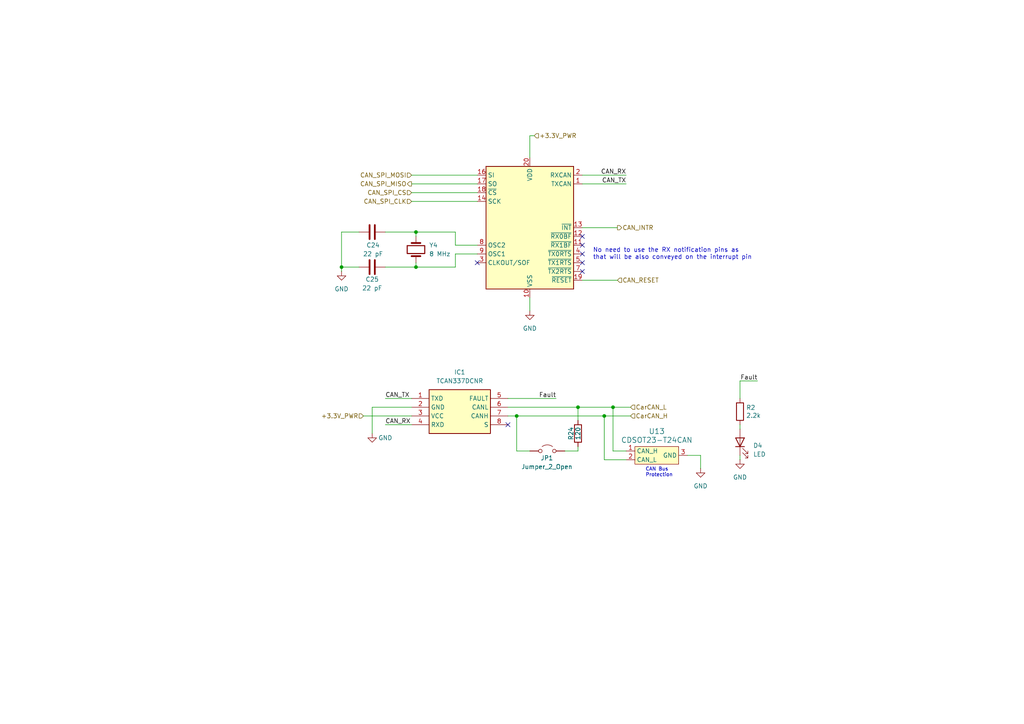
<source format=kicad_sch>
(kicad_sch (version 20231120) (generator "eeschema") (generator_version "8.0")
  (paper "A4")
  (lib_symbols
    (symbol "Device:C" (pin_numbers hide) (pin_names (offset 0.254))
      (property "Reference" "C" (at 0.635 2.54 0))
      (property "Value" "C" (at 0.635 -2.54 0))
      (symbol "C_0_1"
        (polyline (pts (xy -2.032 -0.762) (xy 2.032 -0.762)) (stroke (width 0.508)))
        (polyline (pts (xy -2.032 0.762) (xy 2.032 0.762)) (stroke (width 0.508)))
      )
      (symbol "C_1_1"
        (pin passive line (at 0 3.81 270) (length 2.794) (name "~") (number "1"))
        (pin passive line (at 0 -3.81 90) (length 2.794) (name "~") (number "2"))
      )
    )
    (symbol "Device:Crystal" (pin_numbers hide) (pin_names (offset 1.016) hide)
      (property "Reference" "Y" (at 0 3.81 0))
      (property "Value" "Crystal" (at 0 -3.81 0))
      (symbol "Crystal_0_1"
        (rectangle (start -1.143 2.54) (end 1.143 -2.54) (stroke (width 0.3048)))
        (polyline (pts (xy -2.54 0) (xy -1.905 0)))
        (polyline (pts (xy -1.905 -1.27) (xy -1.905 1.27)) (stroke (width 0.508)))
        (polyline (pts (xy 1.905 -1.27) (xy 1.905 1.27)) (stroke (width 0.508)))
        (polyline (pts (xy 2.54 0) (xy 1.905 0)))
      )
      (symbol "Crystal_1_1"
        (pin passive line (at -3.81 0 0) (length 1.27) (name "1") (number "1"))
        (pin passive line (at 3.81 0 180) (length 1.27) (name "2") (number "2"))
      )
    )
    (symbol "Device:LED" (pin_numbers hide) (pin_names (offset 1.016) hide)
      (property "Reference" "D" (at 0 2.54 0))
      (property "Value" "LED" (at 0 -2.54 0))
      (symbol "LED_0_1"
        (polyline (pts (xy -1.27 -1.27) (xy -1.27 1.27)) (stroke (width 0.254)))
        (polyline (pts (xy -1.27 0) (xy 1.27 0)))
        (polyline (pts (xy 1.27 -1.27) (xy 1.27 1.27) (xy -1.27 0) (xy 1.27 -1.27)) (stroke (width 0.254)))
        (polyline (pts (xy -3.048 -0.762) (xy -4.572 -2.286) (xy -3.81 -2.286) (xy -4.572 -2.286) (xy -4.572 -1.524)))
        (polyline (pts (xy -1.778 -0.762) (xy -3.302 -2.286) (xy -2.54 -2.286) (xy -3.302 -2.286) (xy -3.302 -1.524)))
      )
      (symbol "LED_1_1"
        (pin passive line (at -3.81 0 0) (length 2.54) (name "K") (number "1"))
        (pin passive line (at 3.81 0 180) (length 2.54) (name "A") (number "2"))
      )
    )
    (symbol "Device:R" (pin_numbers hide) (pin_names (offset 0))
      (property "Reference" "R" (at 2.032 0 90))
      (property "Value" "R" (at 0 0 90))
      (symbol "R_0_1"
        (rectangle (start -1.016 -2.54) (end 1.016 2.54) (stroke (width 0.254)))
      )
      (symbol "R_1_1"
        (pin passive line (at 0 3.81 270) (length 1.27) (name "~") (number "1"))
        (pin passive line (at 0 -3.81 90) (length 1.27) (name "~") (number "2"))
      )
    )
    (symbol "Interface_CAN_LIN:MCP2515-xST"
      (property "Reference" "U" (at -10.16 19.685 0))
      (property "Value" "MCP2515-xST" (at 19.05 20.32 0))
      (symbol "MCP2515-xST_0_1"
        (rectangle (start -12.7 17.78) (end 12.7 -17.78) (stroke (width 0.254)) (fill (type background)))
      )
      (symbol "MCP2515-xST_1_1"
        (pin output line (at 15.24 12.7 180) (length 2.54) (name "TXCAN") (number "1"))
        (pin power_in line (at 0 -20.32 90) (length 2.54) (name "VSS") (number "10"))
        (pin output line (at 15.24 -5.08 180) (length 2.54) (name "~{RX1BF}") (number "11"))
        (pin output line (at 15.24 -2.54 180) (length 2.54) (name "~{RX0BF}") (number "12"))
        (pin output line (at 15.24 0 180) (length 2.54) (name "~{INT}") (number "13"))
        (pin input line (at -15.24 7.62 0) (length 2.54) (name "SCK") (number "14"))
        (pin no_connect line (at -12.7 -2.54 0) (length 2.54) hide (name "NC") (number "15"))
        (pin input line (at -15.24 15.24 0) (length 2.54) (name "SI") (number "16"))
        (pin output line (at -15.24 12.7 0) (length 2.54) (name "SO") (number "17"))
        (pin input line (at -15.24 10.16 0) (length 2.54) (name "~{CS}") (number "18"))
        (pin input line (at 15.24 -15.24 180) (length 2.54) (name "~{RESET}") (number "19"))
        (pin input line (at 15.24 15.24 180) (length 2.54) (name "RXCAN") (number "2"))
        (pin power_in line (at 0 20.32 270) (length 2.54) (name "VDD") (number "20"))
        (pin output line (at -15.24 -10.16 0) (length 2.54) (name "CLKOUT/SOF") (number "3"))
        (pin input line (at 15.24 -7.62 180) (length 2.54) (name "~{TX0RTS}") (number "4"))
        (pin input line (at 15.24 -10.16 180) (length 2.54) (name "~{TX1RTS}") (number "5"))
        (pin no_connect line (at -12.7 0 0) (length 2.54) hide (name "NC") (number "6"))
        (pin input line (at 15.24 -12.7 180) (length 2.54) (name "~{TX2RTS}") (number "7"))
        (pin output line (at -15.24 -5.08 0) (length 2.54) (name "OSC2") (number "8"))
        (pin input line (at -15.24 -7.62 0) (length 2.54) (name "OSC1") (number "9"))
      )
    )
    (symbol "Jumper:Jumper_2_Open" (pin_numbers hide) (pin_names (offset 0) hide) (exclude_from_sim yes)
      (property "Reference" "JP" (at 0 2.794 0))
      (property "Value" "Jumper_2_Open" (at 0 -2.286 0))
      (symbol "Jumper_2_Open_0_0"
        (circle (center -2.032 0) (radius 0.508))
        (circle (center 2.032 0) (radius 0.508))
      )
      (symbol "Jumper_2_Open_0_1"
        (arc (start 1.524 1.27) (mid 0 1.778) (end -1.524 1.27))
      )
      (symbol "Jumper_2_Open_1_1"
        (pin passive line (at -5.08 0 0) (length 2.54) (name "A") (number "1"))
        (pin passive line (at 5.08 0 180) (length 2.54) (name "B") (number "2"))
      )
    )
    (symbol "power:GND" (power) (pin_numbers hide) (pin_names (offset 0) hide)
      (property "Value" "GND" (at 0 -3.81 0))
      (symbol "GND_0_1"
        (polyline (pts (xy 0 0) (xy 0 -1.27) (xy 1.27 -1.27) (xy 0 -2.54) (xy -1.27 -1.27) (xy 0 -1.27)))
      )
      (symbol "GND_1_1"
        (pin power_in line (at 0 0 270) (length 0) (name "~") (number "1"))
      )
    )
    (symbol "utsvt-chips:CDSOT23-T24CAN"
      (property "Reference" "U" (at 0 -3.81 0))
      (property "Value" "CDSOT23-T24CAN" (at 0 3.81 0))
      (symbol "CDSOT23-T24CAN_0_1"
        (rectangle (start 6.35 2.54) (end -6.35 -2.54) (fill (type background)))
      )
      (symbol "CDSOT23-T24CAN_1_1"
        (pin passive line (at -8.89 1.27 0) (length 2.54) (name "CAN_H") (number "1"))
        (pin passive line (at -8.89 -1.27 0) (length 2.54) (name "CAN_L") (number "2"))
        (pin passive line (at 8.89 0 180) (length 2.54) (name "GND") (number "3"))
      )
    )
    (symbol "utsvt-chips:TCAN337DCNR"
      (property "Reference" "IC" (at 24.13 7.62 0))
      (property "Value" "TCAN337DCNR" (at 24.13 5.08 0))
      (symbol "TCAN337DCNR_1_1"
        (rectangle (start 5.08 2.54) (end 22.86 -10.16) (stroke (width 0.254)) (fill (type background)))
        (pin passive line (at 0 0 0) (length 5.08) (name "TXD") (number "1"))
        (pin passive line (at 0 -2.54 0) (length 5.08) (name "GND") (number "2"))
        (pin passive line (at 0 -5.08 0) (length 5.08) (name "VCC") (number "3"))
        (pin passive line (at 0 -7.62 0) (length 5.08) (name "RXD") (number "4"))
        (pin passive line (at 27.94 0 180) (length 5.08) (name "FAULT") (number "5"))
        (pin passive line (at 27.94 -2.54 180) (length 5.08) (name "CANL") (number "6"))
        (pin passive line (at 27.94 -5.08 180) (length 5.08) (name "CANH") (number "7"))
        (pin passive line (at 27.94 -7.62 180) (length 5.08) (name "S") (number "8"))
      )
    )
  )
  (junction (at 120.65 77.47))
  (junction (at 99.06 77.47))
  (junction (at 177.8 118.11))
  (junction (at 149.86 120.65))
  (junction (at 167.64 118.11))
  (junction (at 120.65 67.31))
  (junction (at 175.26 120.65))
  (no_connect (at 147.32 123.19))
  (no_connect (at 168.91 68.58))
  (no_connect (at 138.43 76.2))
  (no_connect (at 168.91 76.2))
  (no_connect (at 168.91 78.74))
  (no_connect (at 168.91 71.12))
  (no_connect (at 168.91 73.66))
  (wire (pts (xy 177.8 130.81) (xy 181.61 130.81)))
  (wire (pts (xy 168.91 50.8) (xy 181.61 50.8)))
  (wire (pts (xy 149.86 120.65) (xy 175.26 120.65)))
  (wire (pts (xy 177.8 118.11) (xy 177.8 130.81)))
  (wire (pts (xy 138.43 73.66) (xy 132.08 73.66)))
  (wire (pts (xy 99.06 77.47) (xy 99.06 78.74)))
  (wire (pts (xy 138.43 71.12) (xy 132.08 71.12)))
  (wire (pts (xy 119.38 55.88) (xy 138.43 55.88)))
  (wire (pts (xy 99.06 77.47) (xy 104.14 77.47)))
  (wire (pts (xy 120.65 76.2) (xy 120.65 77.47)))
  (wire (pts (xy 167.64 118.11) (xy 167.64 121.92)))
  (wire (pts (xy 120.65 68.58) (xy 120.65 67.31)))
  (wire (pts (xy 168.91 66.04) (xy 179.07 66.04)))
  (wire (pts (xy 168.91 81.28) (xy 179.07 81.28)))
  (wire (pts (xy 175.26 120.65) (xy 175.26 133.35)))
  (wire (pts (xy 177.8 118.11) (xy 182.88 118.11)))
  (wire (pts (xy 181.61 133.35) (xy 175.26 133.35)))
  (wire (pts (xy 149.86 130.81) (xy 153.67 130.81)))
  (wire (pts (xy 147.32 118.11) (xy 167.64 118.11)))
  (wire (pts (xy 182.88 120.65) (xy 175.26 120.65)))
  (wire (pts (xy 214.63 132.08) (xy 214.63 133.35)))
  (wire (pts (xy 214.63 110.49) (xy 214.63 115.57)))
  (wire (pts (xy 203.2 135.89) (xy 203.2 132.08)))
  (wire (pts (xy 119.38 50.8) (xy 138.43 50.8)))
  (wire (pts (xy 111.76 67.31) (xy 120.65 67.31)))
  (wire (pts (xy 132.08 71.12) (xy 132.08 67.31)))
  (wire (pts (xy 203.2 132.08) (xy 199.39 132.08)))
  (wire (pts (xy 104.14 67.31) (xy 99.06 67.31)))
  (wire (pts (xy 132.08 73.66) (xy 132.08 77.47)))
  (wire (pts (xy 153.67 39.37) (xy 154.94 39.37)))
  (wire (pts (xy 111.76 123.19) (xy 119.38 123.19)))
  (wire (pts (xy 132.08 77.47) (xy 120.65 77.47)))
  (wire (pts (xy 153.67 86.36) (xy 153.67 90.17)))
  (wire (pts (xy 153.67 45.72) (xy 153.67 39.37)))
  (wire (pts (xy 147.32 115.57) (xy 161.29 115.57)))
  (wire (pts (xy 149.86 120.65) (xy 149.86 130.81)))
  (wire (pts (xy 120.65 67.31) (xy 132.08 67.31)))
  (wire (pts (xy 111.76 115.57) (xy 119.38 115.57)))
  (wire (pts (xy 119.38 53.34) (xy 138.43 53.34)))
  (wire (pts (xy 168.91 53.34) (xy 181.61 53.34)))
  (wire (pts (xy 107.95 125.73) (xy 107.95 118.11)))
  (wire (pts (xy 163.83 130.81) (xy 167.64 130.81)))
  (wire (pts (xy 99.06 67.31) (xy 99.06 77.47)))
  (wire (pts (xy 167.64 130.81) (xy 167.64 129.54)))
  (wire (pts (xy 111.76 77.47) (xy 120.65 77.47)))
  (wire (pts (xy 105.41 120.65) (xy 119.38 120.65)))
  (wire (pts (xy 147.32 120.65) (xy 149.86 120.65)))
  (wire (pts (xy 107.95 118.11) (xy 119.38 118.11)))
  (wire (pts (xy 219.71 110.49) (xy 214.63 110.49)))
  (wire (pts (xy 167.64 118.11) (xy 177.8 118.11)))
  (wire (pts (xy 214.63 123.19) (xy 214.63 124.46)))
  (wire (pts (xy 119.38 58.42) (xy 138.43 58.42)))
  (text "No need to use the RX notification pins as\nthat will be also conveyed on the interrupt pin" (at 171.958 73.66 0) (effects (font (size 1.27 1.27)) (justify left)))
  (text "CAN Bus\nProtection" (at 187.198 138.43 0) (effects (font (size 1.016 1.016)) (justify left bottom)))
  (label "Fault" (at 219.71 110.49 180))
  (label "CAN_TX" (at 111.76 115.57 0))
  (label "CAN_RX" (at 111.76 123.19 0))
  (label "CAN_TX" (at 181.61 53.34 180))
  (label "Fault" (at 161.29 115.57 180))
  (label "CAN_RX" (at 181.61 50.8 180))
  (hierarchical_label "CarCAN_H" (shape input) (at 182.88 120.65 0))
  (hierarchical_label "+3.3V_PWR" (shape input) (at 154.94 39.37 0))
  (hierarchical_label "CarCAN_L" (shape input) (at 182.88 118.11 0))
  (hierarchical_label "CAN_SPI_CLK" (shape input) (at 119.38 58.42 180))
  (hierarchical_label "CAN_RESET" (shape input) (at 179.07 81.28 0))
  (hierarchical_label "CAN_INTR" (shape output) (at 179.07 66.04 0))
  (hierarchical_label "CAN_SPI_MOSI" (shape input) (at 119.38 50.8 180))
  (hierarchical_label "CAN_SPI_CS" (shape input) (at 119.38 55.88 180))
  (hierarchical_label "CAN_SPI_MISO" (shape output) (at 119.38 53.34 180))
  (hierarchical_label "+3.3V_PWR" (shape input) (at 105.41 120.65 180))
  (symbol (lib_id "Device:C") (at 107.95 77.47 90) (unit 1)
    (property "Reference" "C25" (at 107.95 81.026 90))
    (property "Value" "22 pF" (at 107.95 83.566 90))
    (property "Description" "Unpolarized capacitor" (effects (hide yes)))
  )
  (symbol (lib_id "power:GND") (at 203.2 135.89 0) (unit 1)
    (property "Reference" "#PWR051" (effects (hide yes)))
    (property "Value" "GND" (at 203.2 140.97 0))
    (property "Description" "Power symbol creates a global label with name \"GND\" , ground" (effects (hide yes)))
  )
  (symbol (lib_id "utsvt-chips:TCAN337DCNR") (at 119.38 115.57 0) (unit 1)
    (property "Reference" "IC1" (at 133.35 107.95 0))
    (property "Value" "TCAN337DCNR" (at 133.35 110.49 0))
    (property "Footprint" "UTSVT_ICs:SOT65P280X145-8N" (effects (hide yes)))
    (property "Datasheet" "https://www.ti.com/lit/gpn/TCAN337" (effects (hide yes)))
    (property "Description" "3.3-V CAN Transceivers" (effects (hide yes)))
    (property "Height" "1.45" (effects (hide yes)))
    (property "Mouser Part Number" "595-TCAN337DCNR" (effects (hide yes)))
    (property "Mouser Price/Stock" "https://www.mouser.co.uk/ProductDetail/Texas-Instruments/TCAN337DCNR?qs=gMfM3zrbS4r1ZrvbjcW09A%3D%3D" (effects (hide yes)))
    (property "Manufacturer_Name" "Texas Instruments" (effects (hide yes)))
    (property "Manufacturer_Part_Number" "TCAN337DCNR" (effects (hide yes)))
  )
  (symbol (lib_id "Device:LED") (at 214.63 128.27 90) (unit 1)
    (property "Reference" "D4" (at 218.44 129.2225 90) (effects (justify right)))
    (property "Value" "LED" (at 218.44 131.7625 90) (effects (justify right)))
    (property "Footprint" "LED_SMD:LED_0805_2012Metric" (effects (hide yes)))
    (property "Description" "Light emitting diode" (effects (hide yes)))
    (property "Mouser Part Number" "604-APTD2012LCGCK" (effects (hide yes)))
    (property "P/N" "APTD2012LCGCK" (effects (hide yes)))
  )
  (symbol (lib_id "Device:C") (at 107.95 67.31 90) (unit 1)
    (property "Reference" "C24" (at 108.204 71.12 90))
    (property "Value" "22 pF" (at 108.204 73.66 90))
    (property "Description" "Unpolarized capacitor" (effects (hide yes)))
  )
  (symbol (lib_id "Device:R") (at 167.64 125.73 180) (unit 1)
    (property "Reference" "R24" (at 165.608 125.73 90))
    (property "Value" "120" (at 167.64 125.73 90))
    (property "Footprint" "Resistor_SMD:R_0805_2012Metric" (effects (hide yes)))
    (property "Description" "Resistor" (effects (hide yes)))
    (property "Mouser Part Number" "71-CRCW080559R0FKEA" (effects (hide yes)))
    (property "P/N" "CRCW080559R0FKEA" (effects (hide yes)))
  )
  (symbol (lib_id "Jumper:Jumper_2_Open") (at 158.75 130.81 0) (unit 1) (exclude_from_sim yes)
    (property "Reference" "JP1" (at 158.623 132.842 0))
    (property "Value" "Jumper_2_Open" (at 158.623 135.382 0))
    (property "Footprint" "Connector_PinHeader_2.54mm:PinHeader_1x02_P2.54mm_Vertical" (effects (hide yes)))
    (property "Description" "Jumper, 2-pole, open" (effects (hide yes)))
  )
  (symbol (lib_id "power:GND") (at 214.63 133.35 0) (unit 1)
    (property "Reference" "#PWR038" (effects (hide yes)))
    (property "Value" "GND" (at 214.63 138.43 0))
    (property "Description" "Power symbol creates a global label with name \"GND\" , ground" (effects (hide yes)))
  )
  (symbol (lib_id "utsvt-chips:CDSOT23-T24CAN") (at 190.5 132.08 0) (unit 1)
    (property "Reference" "U13" (at 190.5 125.095 0) (effects (font (size 1.524 1.524))))
    (property "Value" "CDSOT23-T24CAN" (at 190.5 127.635 0) (effects (font (size 1.524 1.524))))
    (property "Footprint" "Package_TO_SOT_SMD:SOT-23W" (effects (hide yes)))
    (property "Datasheet" "https://www.mouser.com/ProductDetail/652-CDSOT23-T24CAN" (effects (hide yes)))
    (property "Description" "CAN Bus Protector" (effects (hide yes)))
  )
  (symbol (lib_id "Interface_CAN_LIN:MCP2515-xST") (at 153.67 66.04 0) (unit 1)
    (property "Reference" "U14" (effects (hide yes)))
    (property "Value" "MCP2515-xST" (effects (hide yes)))
    (property "Footprint" "Package_SO:TSSOP-20_4.4x6.5mm_P0.65mm" (effects (hide yes)))
    (property "Datasheet" "http://ww1.microchip.com/downloads/en/DeviceDoc/21801e.pdf" (effects (hide yes)))
    (property "Description" "Stand-Alone CAN Controller with SPI Interface, TSSOP-20" (effects (hide yes)))
  )
  (symbol (lib_id "power:GND") (at 153.67 90.17 0) (unit 1)
    (property "Reference" "#PWR050" (effects (hide yes)))
    (property "Value" "GND" (at 153.67 95.25 0))
    (property "Description" "Power symbol creates a global label with name \"GND\" , ground" (effects (hide yes)))
  )
  (symbol (lib_id "power:GND") (at 99.06 78.74 0) (unit 1)
    (property "Reference" "#PWR032" (effects (hide yes)))
    (property "Value" "GND" (at 99.06 83.82 0))
    (property "Description" "Power symbol creates a global label with name \"GND\" , ground" (effects (hide yes)))
  )
  (symbol (lib_id "power:GND") (at 107.95 125.73 0) (unit 1)
    (property "Reference" "#PWR060" (effects (hide yes)))
    (property "Value" "GND" (at 111.76 127 0))
    (property "Description" "Power symbol creates a global label with name \"GND\" , ground" (effects (hide yes)))
  )
  (symbol (lib_id "Device:Crystal") (at 120.65 72.39 270) (unit 1)
    (property "Reference" "Y4" (at 124.46 71.1199 90) (effects (justify left)))
    (property "Value" "8 MHz" (at 124.46 73.6599 90) (effects (justify left)))
    (property "Description" "Two pin crystal" (effects (hide yes)))
  )
  (symbol (lib_id "Device:R") (at 214.63 119.38 0) (unit 1)
    (property "Reference" "R2" (at 216.408 118.2116 0) (effects (justify left)))
    (property "Value" "2.2k" (at 216.408 120.523 0) (effects (justify left)))
    (property "Footprint" "Resistor_SMD:R_0805_2012Metric" (effects (hide yes)))
    (property "Description" "Resistor" (effects (hide yes)))
    (property "Mouser Part Number" "Inventory" (effects (hide yes)))
    (property "P/N" "SDR10EZPF2200" (effects (hide yes)))
  )
)
</source>
